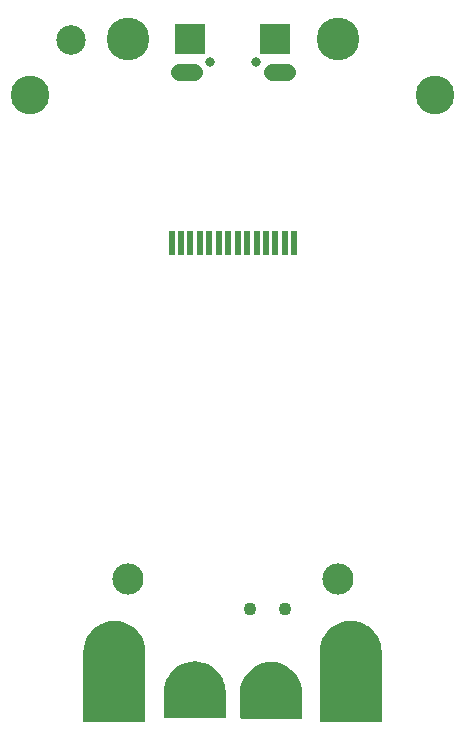
<source format=gbr>
G04 EAGLE Gerber RS-274X export*
G75*
%MOMM*%
%FSLAX34Y34*%
%LPD*%
%INSoldermask Bottom*%
%IPPOS*%
%AMOC8*
5,1,8,0,0,1.08239X$1,22.5*%
G01*
%ADD10C,2.641600*%
%ADD11C,3.276600*%
%ADD12C,3.617600*%
%ADD13C,0.801600*%
%ADD14R,2.514600X2.514600*%
%ADD15C,1.409600*%
%ADD16R,0.601600X2.101600*%
%ADD17C,4.317600*%
%ADD18C,1.101600*%
%ADD19C,2.501600*%

G36*
X125197Y-302878D02*
X125197Y-302878D01*
X125299Y-302870D01*
X125327Y-302858D01*
X125358Y-302853D01*
X125450Y-302809D01*
X125546Y-302771D01*
X125569Y-302751D01*
X125597Y-302738D01*
X125672Y-302668D01*
X125752Y-302603D01*
X125769Y-302577D01*
X125791Y-302556D01*
X125842Y-302467D01*
X125899Y-302382D01*
X125905Y-302358D01*
X125923Y-302326D01*
X125981Y-302066D01*
X125978Y-302028D01*
X125983Y-302005D01*
X125983Y-243205D01*
X125977Y-243166D01*
X125981Y-243142D01*
X125722Y-239527D01*
X125704Y-239446D01*
X125704Y-239401D01*
X124934Y-235860D01*
X124905Y-235783D01*
X124898Y-235739D01*
X123632Y-232343D01*
X123592Y-232270D01*
X123579Y-232228D01*
X121842Y-229047D01*
X121792Y-228981D01*
X121774Y-228940D01*
X119602Y-226039D01*
X119543Y-225981D01*
X119519Y-225943D01*
X116957Y-223381D01*
X116890Y-223332D01*
X116861Y-223298D01*
X113960Y-221126D01*
X113886Y-221087D01*
X113853Y-221058D01*
X110672Y-219321D01*
X110594Y-219292D01*
X110557Y-219268D01*
X107161Y-218002D01*
X107080Y-217985D01*
X107040Y-217966D01*
X103499Y-217196D01*
X103416Y-217190D01*
X103373Y-217178D01*
X99758Y-216919D01*
X99676Y-216926D01*
X99632Y-216919D01*
X96017Y-217178D01*
X95936Y-217196D01*
X95891Y-217196D01*
X92350Y-217966D01*
X92273Y-217996D01*
X92229Y-218002D01*
X88833Y-219268D01*
X88760Y-219308D01*
X88718Y-219321D01*
X85537Y-221058D01*
X85471Y-221108D01*
X85430Y-221126D01*
X82529Y-223298D01*
X82471Y-223357D01*
X82433Y-223381D01*
X79871Y-225943D01*
X79822Y-226010D01*
X79788Y-226039D01*
X77616Y-228940D01*
X77577Y-229014D01*
X77548Y-229047D01*
X75811Y-232228D01*
X75782Y-232306D01*
X75758Y-232343D01*
X74492Y-235739D01*
X74475Y-235820D01*
X74456Y-235860D01*
X73686Y-239401D01*
X73680Y-239484D01*
X73668Y-239527D01*
X73409Y-243142D01*
X73412Y-243181D01*
X73407Y-243205D01*
X73407Y-302005D01*
X73422Y-302107D01*
X73430Y-302209D01*
X73442Y-302237D01*
X73447Y-302268D01*
X73491Y-302360D01*
X73529Y-302456D01*
X73549Y-302479D01*
X73562Y-302507D01*
X73632Y-302582D01*
X73697Y-302662D01*
X73723Y-302679D01*
X73744Y-302701D01*
X73833Y-302752D01*
X73918Y-302809D01*
X73942Y-302815D01*
X73974Y-302833D01*
X74234Y-302891D01*
X74272Y-302888D01*
X74295Y-302893D01*
X125095Y-302893D01*
X125197Y-302878D01*
G37*
G36*
X-74828Y-302878D02*
X-74828Y-302878D01*
X-74726Y-302870D01*
X-74698Y-302858D01*
X-74667Y-302853D01*
X-74575Y-302809D01*
X-74479Y-302771D01*
X-74456Y-302751D01*
X-74428Y-302738D01*
X-74353Y-302668D01*
X-74273Y-302603D01*
X-74256Y-302577D01*
X-74234Y-302556D01*
X-74183Y-302467D01*
X-74126Y-302382D01*
X-74120Y-302358D01*
X-74102Y-302326D01*
X-74044Y-302066D01*
X-74047Y-302028D01*
X-74042Y-302005D01*
X-74042Y-243205D01*
X-74048Y-243166D01*
X-74044Y-243142D01*
X-74303Y-239527D01*
X-74321Y-239446D01*
X-74321Y-239401D01*
X-75091Y-235860D01*
X-75121Y-235783D01*
X-75127Y-235739D01*
X-76393Y-232343D01*
X-76433Y-232270D01*
X-76446Y-232228D01*
X-78183Y-229047D01*
X-78233Y-228981D01*
X-78251Y-228940D01*
X-80423Y-226039D01*
X-80482Y-225981D01*
X-80506Y-225943D01*
X-83068Y-223381D01*
X-83135Y-223332D01*
X-83164Y-223298D01*
X-86065Y-221126D01*
X-86139Y-221087D01*
X-86172Y-221058D01*
X-89353Y-219321D01*
X-89431Y-219292D01*
X-89468Y-219268D01*
X-92864Y-218002D01*
X-92945Y-217985D01*
X-92985Y-217966D01*
X-96526Y-217196D01*
X-96609Y-217190D01*
X-96652Y-217178D01*
X-100267Y-216919D01*
X-100349Y-216926D01*
X-100393Y-216919D01*
X-104008Y-217178D01*
X-104089Y-217196D01*
X-104134Y-217196D01*
X-107675Y-217966D01*
X-107752Y-217996D01*
X-107796Y-218002D01*
X-111192Y-219268D01*
X-111265Y-219308D01*
X-111307Y-219321D01*
X-114488Y-221058D01*
X-114554Y-221108D01*
X-114595Y-221126D01*
X-117496Y-223298D01*
X-117554Y-223357D01*
X-117592Y-223381D01*
X-120154Y-225943D01*
X-120203Y-226010D01*
X-120237Y-226039D01*
X-122409Y-228940D01*
X-122448Y-229014D01*
X-122477Y-229047D01*
X-124214Y-232228D01*
X-124243Y-232306D01*
X-124267Y-232343D01*
X-125533Y-235739D01*
X-125550Y-235820D01*
X-125569Y-235860D01*
X-126339Y-239401D01*
X-126345Y-239484D01*
X-126357Y-239527D01*
X-126616Y-243142D01*
X-126613Y-243181D01*
X-126618Y-243205D01*
X-126618Y-302005D01*
X-126603Y-302107D01*
X-126595Y-302209D01*
X-126583Y-302237D01*
X-126578Y-302268D01*
X-126534Y-302360D01*
X-126496Y-302456D01*
X-126476Y-302479D01*
X-126463Y-302507D01*
X-126393Y-302582D01*
X-126328Y-302662D01*
X-126302Y-302679D01*
X-126281Y-302701D01*
X-126192Y-302752D01*
X-126107Y-302809D01*
X-126083Y-302815D01*
X-126051Y-302833D01*
X-125791Y-302891D01*
X-125753Y-302888D01*
X-125730Y-302893D01*
X-74930Y-302893D01*
X-74828Y-302878D01*
G37*
G36*
X-6883Y-299068D02*
X-6883Y-299068D01*
X-6781Y-299060D01*
X-6753Y-299048D01*
X-6722Y-299043D01*
X-6630Y-298999D01*
X-6534Y-298961D01*
X-6511Y-298941D01*
X-6483Y-298928D01*
X-6408Y-298858D01*
X-6328Y-298793D01*
X-6311Y-298767D01*
X-6289Y-298746D01*
X-6238Y-298657D01*
X-6181Y-298572D01*
X-6175Y-298548D01*
X-6157Y-298516D01*
X-6099Y-298256D01*
X-6102Y-298218D01*
X-6097Y-298195D01*
X-6097Y-277495D01*
X-6103Y-277456D01*
X-6099Y-277432D01*
X-6358Y-273817D01*
X-6376Y-273736D01*
X-6376Y-273691D01*
X-7146Y-270150D01*
X-7176Y-270073D01*
X-7182Y-270029D01*
X-8448Y-266633D01*
X-8488Y-266560D01*
X-8501Y-266518D01*
X-10238Y-263337D01*
X-10288Y-263271D01*
X-10306Y-263230D01*
X-12478Y-260329D01*
X-12537Y-260271D01*
X-12561Y-260233D01*
X-15123Y-257671D01*
X-15190Y-257622D01*
X-15219Y-257588D01*
X-18120Y-255416D01*
X-18194Y-255377D01*
X-18227Y-255348D01*
X-21408Y-253611D01*
X-21486Y-253582D01*
X-21523Y-253558D01*
X-24919Y-252292D01*
X-25000Y-252275D01*
X-25040Y-252256D01*
X-28581Y-251486D01*
X-28664Y-251480D01*
X-28707Y-251468D01*
X-32322Y-251209D01*
X-32404Y-251216D01*
X-32448Y-251209D01*
X-36063Y-251468D01*
X-36144Y-251486D01*
X-36189Y-251486D01*
X-39730Y-252256D01*
X-39807Y-252286D01*
X-39851Y-252292D01*
X-43247Y-253558D01*
X-43320Y-253598D01*
X-43362Y-253611D01*
X-46543Y-255348D01*
X-46609Y-255398D01*
X-46650Y-255416D01*
X-49551Y-257588D01*
X-49609Y-257647D01*
X-49647Y-257671D01*
X-52209Y-260233D01*
X-52258Y-260300D01*
X-52292Y-260329D01*
X-54464Y-263230D01*
X-54503Y-263304D01*
X-54532Y-263337D01*
X-56269Y-266518D01*
X-56298Y-266596D01*
X-56322Y-266633D01*
X-57588Y-270029D01*
X-57605Y-270110D01*
X-57624Y-270150D01*
X-58394Y-273691D01*
X-58400Y-273774D01*
X-58412Y-273817D01*
X-58671Y-277432D01*
X-58668Y-277471D01*
X-58673Y-277495D01*
X-58673Y-298195D01*
X-58658Y-298297D01*
X-58650Y-298399D01*
X-58638Y-298427D01*
X-58633Y-298458D01*
X-58589Y-298550D01*
X-58551Y-298646D01*
X-58531Y-298669D01*
X-58518Y-298697D01*
X-58448Y-298772D01*
X-58383Y-298852D01*
X-58357Y-298869D01*
X-58336Y-298891D01*
X-58247Y-298942D01*
X-58162Y-298999D01*
X-58138Y-299005D01*
X-58106Y-299023D01*
X-57846Y-299081D01*
X-57808Y-299078D01*
X-57785Y-299083D01*
X-6985Y-299083D01*
X-6883Y-299068D01*
G37*
G36*
X57887Y-299703D02*
X57887Y-299703D01*
X57989Y-299695D01*
X58017Y-299683D01*
X58048Y-299678D01*
X58140Y-299634D01*
X58236Y-299596D01*
X58259Y-299576D01*
X58287Y-299563D01*
X58362Y-299493D01*
X58442Y-299428D01*
X58459Y-299402D01*
X58481Y-299381D01*
X58532Y-299292D01*
X58589Y-299207D01*
X58595Y-299183D01*
X58613Y-299151D01*
X58671Y-298891D01*
X58668Y-298853D01*
X58673Y-298830D01*
X58673Y-278130D01*
X58667Y-278091D01*
X58671Y-278067D01*
X58412Y-274452D01*
X58394Y-274371D01*
X58394Y-274326D01*
X57624Y-270785D01*
X57595Y-270708D01*
X57588Y-270664D01*
X56322Y-267268D01*
X56282Y-267195D01*
X56269Y-267153D01*
X54532Y-263972D01*
X54482Y-263906D01*
X54464Y-263865D01*
X52292Y-260964D01*
X52233Y-260906D01*
X52209Y-260868D01*
X49647Y-258306D01*
X49580Y-258257D01*
X49551Y-258223D01*
X46650Y-256051D01*
X46576Y-256012D01*
X46543Y-255983D01*
X43362Y-254246D01*
X43284Y-254217D01*
X43247Y-254193D01*
X39851Y-252927D01*
X39770Y-252910D01*
X39730Y-252891D01*
X36189Y-252121D01*
X36106Y-252115D01*
X36063Y-252103D01*
X32448Y-251844D01*
X32366Y-251851D01*
X32322Y-251844D01*
X28707Y-252103D01*
X28626Y-252121D01*
X28581Y-252121D01*
X25040Y-252891D01*
X24963Y-252921D01*
X24919Y-252927D01*
X21523Y-254193D01*
X21450Y-254233D01*
X21408Y-254246D01*
X18227Y-255983D01*
X18161Y-256033D01*
X18120Y-256051D01*
X15219Y-258223D01*
X15161Y-258282D01*
X15123Y-258306D01*
X12561Y-260868D01*
X12512Y-260935D01*
X12478Y-260964D01*
X10306Y-263865D01*
X10267Y-263939D01*
X10238Y-263972D01*
X8501Y-267153D01*
X8472Y-267231D01*
X8448Y-267268D01*
X7182Y-270664D01*
X7165Y-270745D01*
X7146Y-270785D01*
X6376Y-274326D01*
X6370Y-274409D01*
X6358Y-274452D01*
X6099Y-278067D01*
X6102Y-278106D01*
X6097Y-278130D01*
X6097Y-298830D01*
X6112Y-298932D01*
X6120Y-299034D01*
X6132Y-299062D01*
X6137Y-299093D01*
X6181Y-299185D01*
X6219Y-299281D01*
X6239Y-299304D01*
X6252Y-299332D01*
X6322Y-299407D01*
X6387Y-299487D01*
X6413Y-299504D01*
X6434Y-299526D01*
X6523Y-299577D01*
X6608Y-299634D01*
X6632Y-299640D01*
X6664Y-299658D01*
X6924Y-299716D01*
X6962Y-299713D01*
X6985Y-299718D01*
X57785Y-299718D01*
X57887Y-299703D01*
G37*
D10*
X88900Y-181610D03*
X-88900Y-181610D03*
D11*
X-171450Y228600D03*
X171450Y228600D03*
D12*
X88900Y275590D03*
X-88900Y275590D03*
D13*
X19500Y256540D03*
X-19500Y256540D03*
D14*
X-36000Y275540D03*
X36000Y275540D03*
D15*
X33000Y247540D02*
X46080Y247540D01*
X-33000Y247540D02*
X-46080Y247540D01*
D16*
X-44000Y103225D03*
X-36000Y103225D03*
X-28000Y103225D03*
X-20000Y103225D03*
X-12000Y103225D03*
X-4000Y103225D03*
X4000Y103225D03*
X12000Y103225D03*
X20000Y103225D03*
X28000Y103225D03*
X36000Y103225D03*
X44000Y103225D03*
X52000Y103225D03*
X-52000Y103225D03*
D17*
X-100330Y-239395D03*
X-32385Y-273685D03*
X32385Y-274320D03*
X99695Y-239395D03*
D18*
X14210Y-207010D03*
X44210Y-207010D03*
D19*
X-137367Y275032D03*
M02*

</source>
